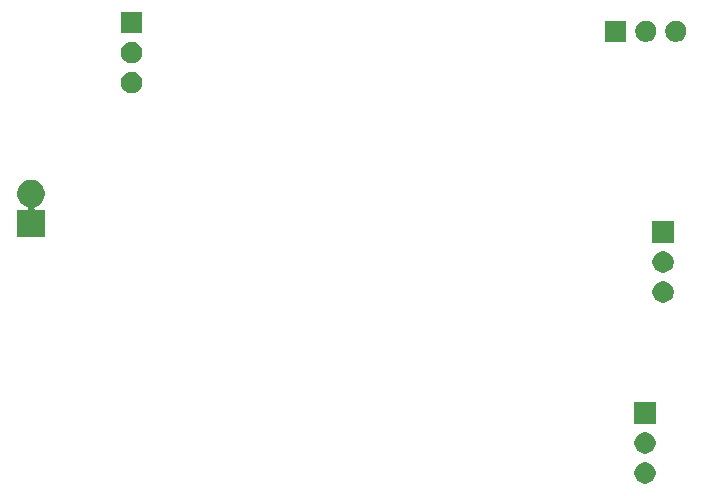
<source format=gbs>
G04 #@! TF.GenerationSoftware,KiCad,Pcbnew,(5.1.5-0)*
G04 #@! TF.CreationDate,2021-08-17T13:30:23-06:00*
G04 #@! TF.ProjectId,HX711_710_711_720,48583731-315f-4373-9130-5f3731315f37,rev?*
G04 #@! TF.SameCoordinates,Original*
G04 #@! TF.FileFunction,Soldermask,Bot*
G04 #@! TF.FilePolarity,Negative*
%FSLAX46Y46*%
G04 Gerber Fmt 4.6, Leading zero omitted, Abs format (unit mm)*
G04 Created by KiCad (PCBNEW (5.1.5-0)) date 2021-08-17 13:30:23*
%MOMM*%
%LPD*%
G04 APERTURE LIST*
%ADD10C,0.100000*%
G04 APERTURE END LIST*
D10*
G36*
X168588513Y-93508928D02*
G01*
X168737813Y-93538625D01*
X168901785Y-93606545D01*
X169049355Y-93705148D01*
X169174854Y-93830647D01*
X169273457Y-93978217D01*
X169341377Y-94142189D01*
X169376001Y-94316260D01*
X169376001Y-94493742D01*
X169341377Y-94667813D01*
X169273457Y-94831785D01*
X169174854Y-94979355D01*
X169049355Y-95104854D01*
X168901785Y-95203457D01*
X168737813Y-95271377D01*
X168588513Y-95301074D01*
X168563743Y-95306001D01*
X168386259Y-95306001D01*
X168361489Y-95301074D01*
X168212189Y-95271377D01*
X168048217Y-95203457D01*
X167900647Y-95104854D01*
X167775148Y-94979355D01*
X167676545Y-94831785D01*
X167608625Y-94667813D01*
X167574001Y-94493742D01*
X167574001Y-94316260D01*
X167608625Y-94142189D01*
X167676545Y-93978217D01*
X167775148Y-93830647D01*
X167900647Y-93705148D01*
X168048217Y-93606545D01*
X168212189Y-93538625D01*
X168361489Y-93508928D01*
X168386259Y-93504001D01*
X168563743Y-93504001D01*
X168588513Y-93508928D01*
G37*
G36*
X168588513Y-90968928D02*
G01*
X168737813Y-90998625D01*
X168901785Y-91066545D01*
X169049355Y-91165148D01*
X169174854Y-91290647D01*
X169273457Y-91438217D01*
X169341377Y-91602189D01*
X169376001Y-91776260D01*
X169376001Y-91953742D01*
X169341377Y-92127813D01*
X169273457Y-92291785D01*
X169174854Y-92439355D01*
X169049355Y-92564854D01*
X168901785Y-92663457D01*
X168737813Y-92731377D01*
X168588513Y-92761074D01*
X168563743Y-92766001D01*
X168386259Y-92766001D01*
X168361489Y-92761074D01*
X168212189Y-92731377D01*
X168048217Y-92663457D01*
X167900647Y-92564854D01*
X167775148Y-92439355D01*
X167676545Y-92291785D01*
X167608625Y-92127813D01*
X167574001Y-91953742D01*
X167574001Y-91776260D01*
X167608625Y-91602189D01*
X167676545Y-91438217D01*
X167775148Y-91290647D01*
X167900647Y-91165148D01*
X168048217Y-91066545D01*
X168212189Y-90998625D01*
X168361489Y-90968928D01*
X168386259Y-90964001D01*
X168563743Y-90964001D01*
X168588513Y-90968928D01*
G37*
G36*
X169376001Y-90226001D02*
G01*
X167574001Y-90226001D01*
X167574001Y-88424001D01*
X169376001Y-88424001D01*
X169376001Y-90226001D01*
G37*
G36*
X170113512Y-78183927D02*
G01*
X170262812Y-78213624D01*
X170426784Y-78281544D01*
X170574354Y-78380147D01*
X170699853Y-78505646D01*
X170798456Y-78653216D01*
X170866376Y-78817188D01*
X170901000Y-78991259D01*
X170901000Y-79168741D01*
X170866376Y-79342812D01*
X170798456Y-79506784D01*
X170699853Y-79654354D01*
X170574354Y-79779853D01*
X170426784Y-79878456D01*
X170262812Y-79946376D01*
X170113512Y-79976073D01*
X170088742Y-79981000D01*
X169911258Y-79981000D01*
X169886488Y-79976073D01*
X169737188Y-79946376D01*
X169573216Y-79878456D01*
X169425646Y-79779853D01*
X169300147Y-79654354D01*
X169201544Y-79506784D01*
X169133624Y-79342812D01*
X169099000Y-79168741D01*
X169099000Y-78991259D01*
X169133624Y-78817188D01*
X169201544Y-78653216D01*
X169300147Y-78505646D01*
X169425646Y-78380147D01*
X169573216Y-78281544D01*
X169737188Y-78213624D01*
X169886488Y-78183927D01*
X169911258Y-78179000D01*
X170088742Y-78179000D01*
X170113512Y-78183927D01*
G37*
G36*
X170113512Y-75643927D02*
G01*
X170262812Y-75673624D01*
X170426784Y-75741544D01*
X170574354Y-75840147D01*
X170699853Y-75965646D01*
X170798456Y-76113216D01*
X170866376Y-76277188D01*
X170901000Y-76451259D01*
X170901000Y-76628741D01*
X170866376Y-76802812D01*
X170798456Y-76966784D01*
X170699853Y-77114354D01*
X170574354Y-77239853D01*
X170426784Y-77338456D01*
X170262812Y-77406376D01*
X170113512Y-77436073D01*
X170088742Y-77441000D01*
X169911258Y-77441000D01*
X169886488Y-77436073D01*
X169737188Y-77406376D01*
X169573216Y-77338456D01*
X169425646Y-77239853D01*
X169300147Y-77114354D01*
X169201544Y-76966784D01*
X169133624Y-76802812D01*
X169099000Y-76628741D01*
X169099000Y-76451259D01*
X169133624Y-76277188D01*
X169201544Y-76113216D01*
X169300147Y-75965646D01*
X169425646Y-75840147D01*
X169573216Y-75741544D01*
X169737188Y-75673624D01*
X169886488Y-75643927D01*
X169911258Y-75639000D01*
X170088742Y-75639000D01*
X170113512Y-75643927D01*
G37*
G36*
X170901000Y-74901000D02*
G01*
X169099000Y-74901000D01*
X169099000Y-73099000D01*
X170901000Y-73099000D01*
X170901000Y-74901000D01*
G37*
G36*
X116841568Y-69634000D02*
G01*
X117054675Y-69722272D01*
X117054677Y-69722273D01*
X117246469Y-69850425D01*
X117409575Y-70013531D01*
X117409576Y-70013533D01*
X117537728Y-70205325D01*
X117626000Y-70418432D01*
X117671000Y-70644665D01*
X117671000Y-70875335D01*
X117626000Y-71101568D01*
X117537728Y-71314675D01*
X117537727Y-71314677D01*
X117409575Y-71506469D01*
X117246469Y-71669575D01*
X117054677Y-71797727D01*
X117054676Y-71797728D01*
X117054675Y-71797728D01*
X116835491Y-71888517D01*
X116813880Y-71900068D01*
X116794938Y-71915613D01*
X116779393Y-71934555D01*
X116767842Y-71956166D01*
X116760729Y-71979615D01*
X116758327Y-72004001D01*
X116760729Y-72028387D01*
X116767842Y-72051836D01*
X116779393Y-72073447D01*
X116794938Y-72092389D01*
X116813880Y-72107934D01*
X116835491Y-72119485D01*
X116858940Y-72126598D01*
X116883326Y-72129000D01*
X117671000Y-72129000D01*
X117671000Y-74471000D01*
X115329000Y-74471000D01*
X115329000Y-72129000D01*
X116116674Y-72129000D01*
X116141060Y-72126598D01*
X116164509Y-72119485D01*
X116186120Y-72107934D01*
X116205062Y-72092389D01*
X116220607Y-72073447D01*
X116232158Y-72051836D01*
X116239271Y-72028387D01*
X116241673Y-72004001D01*
X116239271Y-71979615D01*
X116232158Y-71956166D01*
X116220607Y-71934555D01*
X116205062Y-71915613D01*
X116186120Y-71900068D01*
X116164509Y-71888517D01*
X115945325Y-71797728D01*
X115945324Y-71797728D01*
X115945323Y-71797727D01*
X115753531Y-71669575D01*
X115590425Y-71506469D01*
X115462273Y-71314677D01*
X115462272Y-71314675D01*
X115374000Y-71101568D01*
X115329000Y-70875335D01*
X115329000Y-70644665D01*
X115374000Y-70418432D01*
X115462272Y-70205325D01*
X115590424Y-70013533D01*
X115590425Y-70013531D01*
X115753531Y-69850425D01*
X115945323Y-69722273D01*
X115945325Y-69722272D01*
X116158432Y-69634000D01*
X116384665Y-69589000D01*
X116615335Y-69589000D01*
X116841568Y-69634000D01*
G37*
G36*
X125113512Y-60453927D02*
G01*
X125262812Y-60483624D01*
X125426784Y-60551544D01*
X125574354Y-60650147D01*
X125699853Y-60775646D01*
X125798456Y-60923216D01*
X125866376Y-61087188D01*
X125901000Y-61261259D01*
X125901000Y-61438741D01*
X125866376Y-61612812D01*
X125798456Y-61776784D01*
X125699853Y-61924354D01*
X125574354Y-62049853D01*
X125426784Y-62148456D01*
X125262812Y-62216376D01*
X125113512Y-62246073D01*
X125088742Y-62251000D01*
X124911258Y-62251000D01*
X124886488Y-62246073D01*
X124737188Y-62216376D01*
X124573216Y-62148456D01*
X124425646Y-62049853D01*
X124300147Y-61924354D01*
X124201544Y-61776784D01*
X124133624Y-61612812D01*
X124099000Y-61438741D01*
X124099000Y-61261259D01*
X124133624Y-61087188D01*
X124201544Y-60923216D01*
X124300147Y-60775646D01*
X124425646Y-60650147D01*
X124573216Y-60551544D01*
X124737188Y-60483624D01*
X124886488Y-60453927D01*
X124911258Y-60449000D01*
X125088742Y-60449000D01*
X125113512Y-60453927D01*
G37*
G36*
X125113512Y-57913927D02*
G01*
X125262812Y-57943624D01*
X125426784Y-58011544D01*
X125574354Y-58110147D01*
X125699853Y-58235646D01*
X125798456Y-58383216D01*
X125866376Y-58547188D01*
X125901000Y-58721259D01*
X125901000Y-58898741D01*
X125866376Y-59072812D01*
X125798456Y-59236784D01*
X125699853Y-59384354D01*
X125574354Y-59509853D01*
X125426784Y-59608456D01*
X125262812Y-59676376D01*
X125113512Y-59706073D01*
X125088742Y-59711000D01*
X124911258Y-59711000D01*
X124886488Y-59706073D01*
X124737188Y-59676376D01*
X124573216Y-59608456D01*
X124425646Y-59509853D01*
X124300147Y-59384354D01*
X124201544Y-59236784D01*
X124133624Y-59072812D01*
X124099000Y-58898741D01*
X124099000Y-58721259D01*
X124133624Y-58547188D01*
X124201544Y-58383216D01*
X124300147Y-58235646D01*
X124425646Y-58110147D01*
X124573216Y-58011544D01*
X124737188Y-57943624D01*
X124886488Y-57913927D01*
X124911258Y-57909000D01*
X125088742Y-57909000D01*
X125113512Y-57913927D01*
G37*
G36*
X171193512Y-56103927D02*
G01*
X171342812Y-56133624D01*
X171506784Y-56201544D01*
X171654354Y-56300147D01*
X171779853Y-56425646D01*
X171878456Y-56573216D01*
X171946376Y-56737188D01*
X171981000Y-56911259D01*
X171981000Y-57088741D01*
X171946376Y-57262812D01*
X171878456Y-57426784D01*
X171779853Y-57574354D01*
X171654354Y-57699853D01*
X171506784Y-57798456D01*
X171342812Y-57866376D01*
X171193512Y-57896073D01*
X171168742Y-57901000D01*
X170991258Y-57901000D01*
X170966488Y-57896073D01*
X170817188Y-57866376D01*
X170653216Y-57798456D01*
X170505646Y-57699853D01*
X170380147Y-57574354D01*
X170281544Y-57426784D01*
X170213624Y-57262812D01*
X170179000Y-57088741D01*
X170179000Y-56911259D01*
X170213624Y-56737188D01*
X170281544Y-56573216D01*
X170380147Y-56425646D01*
X170505646Y-56300147D01*
X170653216Y-56201544D01*
X170817188Y-56133624D01*
X170966488Y-56103927D01*
X170991258Y-56099000D01*
X171168742Y-56099000D01*
X171193512Y-56103927D01*
G37*
G36*
X168653512Y-56103927D02*
G01*
X168802812Y-56133624D01*
X168966784Y-56201544D01*
X169114354Y-56300147D01*
X169239853Y-56425646D01*
X169338456Y-56573216D01*
X169406376Y-56737188D01*
X169441000Y-56911259D01*
X169441000Y-57088741D01*
X169406376Y-57262812D01*
X169338456Y-57426784D01*
X169239853Y-57574354D01*
X169114354Y-57699853D01*
X168966784Y-57798456D01*
X168802812Y-57866376D01*
X168653512Y-57896073D01*
X168628742Y-57901000D01*
X168451258Y-57901000D01*
X168426488Y-57896073D01*
X168277188Y-57866376D01*
X168113216Y-57798456D01*
X167965646Y-57699853D01*
X167840147Y-57574354D01*
X167741544Y-57426784D01*
X167673624Y-57262812D01*
X167639000Y-57088741D01*
X167639000Y-56911259D01*
X167673624Y-56737188D01*
X167741544Y-56573216D01*
X167840147Y-56425646D01*
X167965646Y-56300147D01*
X168113216Y-56201544D01*
X168277188Y-56133624D01*
X168426488Y-56103927D01*
X168451258Y-56099000D01*
X168628742Y-56099000D01*
X168653512Y-56103927D01*
G37*
G36*
X166901000Y-57901000D02*
G01*
X165099000Y-57901000D01*
X165099000Y-56099000D01*
X166901000Y-56099000D01*
X166901000Y-57901000D01*
G37*
G36*
X125901000Y-57171000D02*
G01*
X124099000Y-57171000D01*
X124099000Y-55369000D01*
X125901000Y-55369000D01*
X125901000Y-57171000D01*
G37*
M02*

</source>
